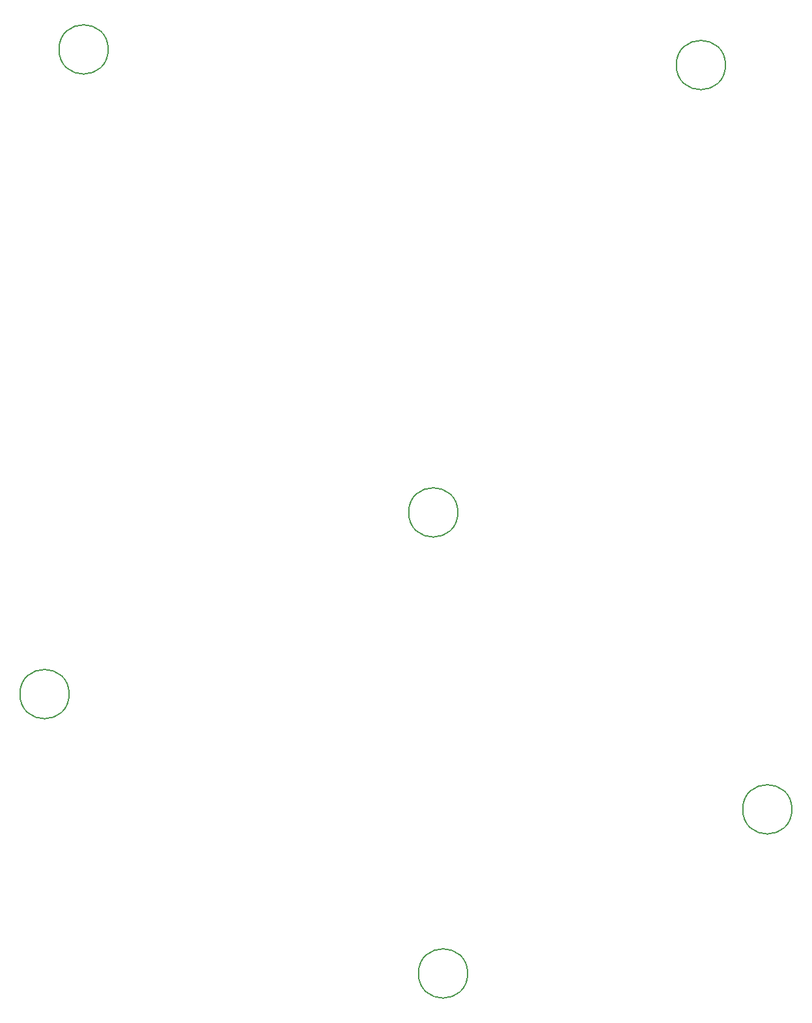
<source format=gbr>
G04 #@! TF.GenerationSoftware,KiCad,Pcbnew,(5.1.5)-3*
G04 #@! TF.CreationDate,2021-10-20T23:00:28+02:00*
G04 #@! TF.ProjectId,WFP_v2_0,5746505f-7632-45f3-902e-6b696361645f,v 0.2*
G04 #@! TF.SameCoordinates,Original*
G04 #@! TF.FileFunction,Other,Comment*
%FSLAX46Y46*%
G04 Gerber Fmt 4.6, Leading zero omitted, Abs format (unit mm)*
G04 Created by KiCad (PCBNEW (5.1.5)-3) date 2021-10-20 23:00:28*
%MOMM*%
%LPD*%
G04 APERTURE LIST*
%ADD10C,0.150000*%
G04 APERTURE END LIST*
D10*
X57420000Y-46770000D02*
G75*
G03X57420000Y-46770000I-3200000J0D01*
G01*
X102886000Y-106968000D02*
G75*
G03X102886000Y-106968000I-3200000J0D01*
G01*
X137684000Y-48802000D02*
G75*
G03X137684000Y-48802000I-3200000J0D01*
G01*
X52340000Y-130590000D02*
G75*
G03X52340000Y-130590000I-3200000J0D01*
G01*
X104159000Y-166912000D02*
G75*
G03X104159000Y-166912000I-3200000J0D01*
G01*
X146320000Y-145576000D02*
G75*
G03X146320000Y-145576000I-3200000J0D01*
G01*
M02*

</source>
